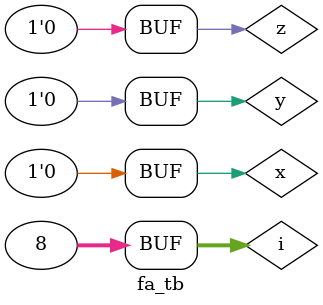
<source format=v>
module full_adder_gate(x,y,z,S,C);
  input x,y,z;
  output S,C;
  wire w1,w2,w3;
  xor(w1,x,y);
  xor(S,w1,z);
  and(w2,w1,z);
  and(w3,x,y);
  or(S,w2,w3);
endmodule

module full_adder_df(x,y,z,S,C);
  input x,y,z;
  output S,C;
  assign S = x^y^z;
  assign C = ((x^y)&z)|(x&y);
endmodule

module full_adder_beh(x,y,z,S,C);
  input x,y,z;
  output reg S,C;
  always @(x,y,z)
  begin
    //{C,S}=x+y+z;
    S=x^y^z;
    C=(x&y)|(y&z)|(z&x);
  end
endmodule

module fa_tb;
  reg x,y,z;
  wire S,C;
  integer i;
  full_adder_df FA(x,y,z,S,C);
  initial
  begin
    for(i=3'b0;i<8;i=i+1)
    begin
      {x,y,z}=i;#10;
    end
    {x,y,z}=3'b0;
  end
endmodule

</source>
